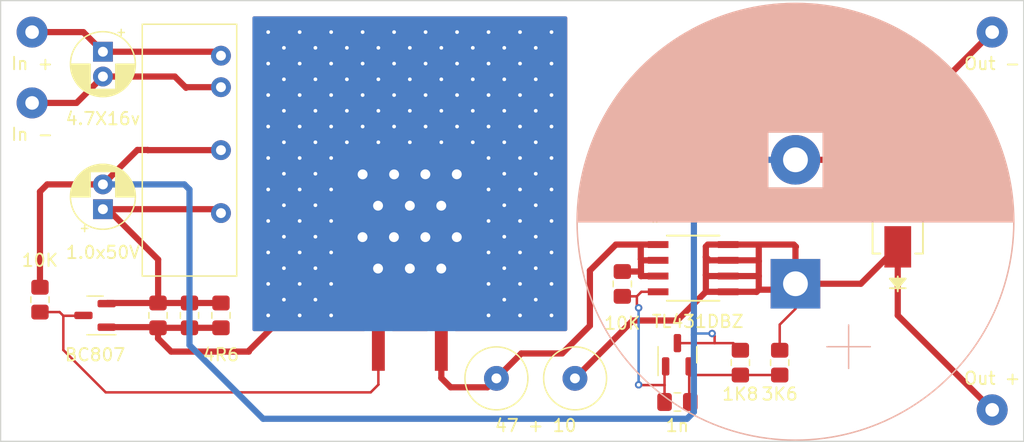
<source format=kicad_pcb>
(kicad_pcb (version 20211014) (generator pcbnew)
  (layers (0 "F.Cu" signal) (31 "B.Cu" signal) (34 "B.Paste" user) (35 "F.Paste" user) (36 "B.SilkS" user "B.Silkscreen") (37 "F.SilkS" user "F.Silkscreen") (38 "B.Mask" user) (39 "F.Mask" user) (44 "Edge.Cuts" user))
  (net 0 "")
  (net 1 "Net-(C2-Pad2)")
  (net 2 "Net-(C1-Pad2)")
  (net 3 "Net-(C2-Pad1)")
  (net 4 "Net-(C3-Pad1)")
  (net 5 "Net-(C1-Pad1)")
  (net 6 "Net-(MOSFET1-Pad1)")
  (net 7 "Net-(Q1-Pad1)")
  (net 8 "Net-(Q1-Pad3)")
  (net 9 "Net-(C4-Pad1)")
  (net 10 "Net-(C4-Pad2)")
  (footprint "Capacitor_THT:CP_Radial_D5.0mm_P2.00mm" (layer "F.Cu") (at 65.405 79.054887 -90)
    (fp_text reference "C2" hide)
    (fp_text value "4.7X16v" (at 5.400113 0) (layer "F.SilkS"))
    (pad "1" thru_hole rect (at 0 0 270) (size 1.6 1.6) (drill 0.8) (layers *.Cu *.Mask) (net 3 "Net-(C2-Pad1)"))
    (pad "2" thru_hole circle (at 2 0 270) (size 1.6 1.6) (drill 0.8) (layers *.Cu *.Mask) (net 1 "Net-(C2-Pad2)"))
  )
  (footprint "Resistor_SMD:R_0805_2012Metric_Pad1.20x1.40mm_HandSolder" (layer "F.Cu") (at 116.84 104.14 90)
    (fp_text reference "R8" hide)
    (fp_text value "1K8" (at -2.54 0) (layer "F.SilkS"))
    (pad "1" smd roundrect (at -1 0 90) (size 1.2 1.4) (layers "F.Cu" "F.Paste" "F.Mask") (roundrect_rratio 0.2083333333) (net 10 "Net-(C4-Pad2)"))
    (pad "2" smd roundrect (at 1 0 90) (size 1.2 1.4) (layers "F.Cu" "F.Paste" "F.Mask") (roundrect_rratio 0.2083333333) (net 2 "Net-(C1-Pad2)"))
  )
  (footprint "Capacitor_SMD:C_0805_2012Metric_Pad1.18x1.45mm_HandSolder" (layer "F.Cu") (at 111.76 107.315)
    (fp_text reference "C4" hide)
    (fp_text value "1n" (at 0 1.905 180) (layer "F.SilkS"))
    (pad "1" smd roundrect (at -1.0375 0) (size 1.175 1.45) (layers "F.Cu" "F.Paste" "F.Mask") (roundrect_rratio 0.2127659574) (net 9 "Net-(C4-Pad1)"))
    (pad "2" smd roundrect (at 1.0375 0) (size 1.175 1.45) (layers "F.Cu" "F.Paste" "F.Mask") (roundrect_rratio 0.2127659574) (net 10 "Net-(C4-Pad2)"))
  )
  (footprint "Resistor_SMD:R_0805_2012Metric_Pad1.20x1.40mm_HandSolder" (layer "F.Cu") (at 60.325 99.06 90)
    (fp_text reference "R4" hide)
    (fp_text value "10K" (at 3.175 0) (layer "F.SilkS"))
    (pad "1" smd roundrect (at -1 0 90) (size 1.2 1.4) (layers "F.Cu" "F.Paste" "F.Mask") (roundrect_rratio 0.2083333333) (net 8 "Net-(Q1-Pad3)"))
    (pad "2" smd roundrect (at 1 0 90) (size 1.2 1.4) (layers "F.Cu" "F.Paste" "F.Mask") (roundrect_rratio 0.2083333333) (net 2 "Net-(C1-Pad2)"))
  )
  (footprint "Capacitor_THT:CP_Radial_D5.0mm_P2.00mm" (layer "F.Cu") (at 65.405 91.760113 90)
    (fp_text reference "C3" hide)
    (fp_text value "1.0x50V" (at -3.489888 0) (layer "F.SilkS"))
    (pad "1" thru_hole rect (at 0 0 90) (size 1.6 1.6) (drill 0.8) (layers *.Cu *.Mask) (net 4 "Net-(C3-Pad1)"))
    (pad "2" thru_hole circle (at 2 0 90) (size 1.6 1.6) (drill 0.8) (layers *.Cu *.Mask) (net 2 "Net-(C1-Pad2)"))
  )
  (footprint "local:R2" (layer "F.Cu") (at 97.155 105.41)
    (fp_text reference "R6" hide)
    (fp_text value "47 + 10" (at 3.175 3.81 unlocked) (layer "F.SilkS"))
    (pad "1" thru_hole circle (at 0 0) (size 2 2) (drill 0.8) (layers *.Cu *.Mask) (net 6 "Net-(MOSFET1-Pad1)"))
    (pad "2" thru_hole circle (at 6.33709 0) (size 2 2) (drill 0.8) (layers *.Cu *.Mask) (net 5 "Net-(C1-Pad1)"))
  )
  (footprint "local:D2PAK_VIS-M" (layer "F.Cu") (at 90.17 94.0308)
    (fp_text reference "U1" hide)
    (fp_text value "IRF9510SPBF" hide)
    (pad "1" smd rect (at -2.54 8.8646) (size 1.0414 3.81) (layers "F.Cu" "F.Paste" "F.Mask") (net 8 "Net-(Q1-Pad3)"))
    (pad "2" thru_hole circle (at 1.252283 -0.017462) (size 1.6 1.6) (drill 0.8) (layers *.Mask "F.Cu" "In1.Cu" "B.Cu") (net 7 "Net-(Q1-Pad1)"))
    (pad "2" smd rect (at 0 -0.0508) (size 10.7696 12.3444) (layers "F.Cu" "F.Paste" "F.Mask") (net 7 "Net-(Q1-Pad1)"))
    (pad "2" thru_hole circle (at -2.565654 -2.552573) (size 1.6 1.6) (drill 0.8) (layers *.Mask "F.Cu" "In1.Cu" "B.Cu") (net 7 "Net-(Q1-Pad1)"))
    (pad "2" thru_hole circle (at 3.787393 -0.017462) (size 1.6 1.6) (drill 0.8) (layers *.Mask "F.Cu" "In1.Cu" "B.Cu") (net 7 "Net-(Q1-Pad1)"))
    (pad "2" thru_hole circle (at -2.565654 2.517647) (size 1.6 1.6) (drill 0.8) (layers *.Mask "F.Cu" "In1.Cu" "B.Cu") (net 7 "Net-(Q1-Pad1)"))
    (pad "2" thru_hole circle (at 3.787393 -5.087683) (size 1.6 1.6) (drill 0.8) (layers *.Mask "F.Cu" "In1.Cu" "B.Cu") (net 7 "Net-(Q1-Pad1)"))
    (pad "2" thru_hole circle (at 2.53511 -2.552573) (size 1.6 1.6) (drill 0.8) (layers *.Mask "F.Cu" "In1.Cu" "B.Cu") (net 7 "Net-(Q1-Pad1)"))
    (pad "2" thru_hole circle (at -1.282827 -0.017462) (size 1.6 1.6) (drill 0.8) (layers *.Mask "F.Cu" "In1.Cu" "B.Cu") (net 7 "Net-(Q1-Pad1)"))
    (pad "2" thru_hole circle (at -3.81 -5.08) (size 1.6 1.6) (drill 0.8) (layers *.Cu *.Mask) (net 7 "Net-(Q1-Pad1)"))
    (pad "2" thru_hole circle (at 1.252283 -5.087683) (size 1.6 1.6) (drill 0.8) (layers *.Mask "F.Cu" "In1.Cu" "B.Cu") (net 7 "Net-(Q1-Pad1)"))
    (pad "2" smd rect (at 0 -0.0508) (size 10.7696 12.3444) (layers "B.Cu" "B.Paste" "B.Mask") (net 7 "Net-(Q1-Pad1)"))
    (pad "2" thru_hole circle (at -3.817937 -0.017462) (size 1.6 1.6) (drill 0.8) (layers *.Mask "F.Cu" "In1.Cu" "B.Cu") (net 7 "Net-(Q1-Pad1)"))
    (pad "2" thru_hole circle (at -1.27 -5.08) (size 1.6 1.6) (drill 0.8) (layers *.Mask "F.Cu" "In1.Cu" "B.Cu") (net 7 "Net-(Q1-Pad1)"))
    (pad "2" thru_hole circle (at 0 -2.552573) (size 1.6 1.6) (drill 0.8) (layers *.Mask "F.Cu" "In1.Cu" "B.Cu") (net 7 "Net-(Q1-Pad1)"))
    (pad "2" thru_hole circle (at 2.53511 2.517647) (size 1.6 1.6) (drill 0.8) (layers *.Mask "F.Cu" "In1.Cu" "B.Cu") (net 7 "Net-(Q1-Pad1)"))
    (pad "2" thru_hole circle (at 0 2.517647) (size 1.6 1.6) (drill 0.8) (layers *.Mask "F.Cu" "In1.Cu" "B.Cu") (net 7 "Net-(Q1-Pad1)"))
    (pad "3" smd rect (at 2.54 8.8646) (size 1.0414 3.81) (layers "F.Cu" "F.Paste" "F.Mask") (net 6 "Net-(MOSFET1-Pad1)"))
  )
  (footprint "Resistor_SMD:R_0805_2012Metric_Pad1.20x1.40mm_HandSolder" (layer "F.Cu") (at 107.315 97.79 -90)
    (fp_text reference "R5" hide)
    (fp_text value "10K" (at 3.175 0 180) (layer "F.SilkS"))
    (pad "1" smd roundrect (at -1 0 270) (size 1.2 1.4) (layers "F.Cu" "F.Paste" "F.Mask") (roundrect_rratio 0.2083333333) (net 6 "Net-(MOSFET1-Pad1)"))
    (pad "2" smd roundrect (at 1 0 270) (size 1.2 1.4) (layers "F.Cu" "F.Paste" "F.Mask") (roundrect_rratio 0.2083333333) (net 9 "Net-(C4-Pad1)"))
  )
  (footprint "local:TP1" (layer "F.Cu") (at 59.69 77.47)
    (fp_text reference "TP1" hide)
    (fp_text value "In +" (at 0 2.54 unlocked) (layer "F.SilkS"))
    (pad "1" thru_hole circle (at 0 0) (size 2.5 2.5) (drill 1.1) (layers *.Cu *.Mask) (net 3 "Net-(C2-Pad1)"))
  )
  (footprint "local:TP1" (layer "F.Cu") (at 59.69 83.185)
    (fp_text reference "TP2" hide)
    (fp_text value "In -" (at 0 2.54 unlocked) (layer "F.SilkS"))
    (pad "1" thru_hole circle (at 0 0) (size 2.5 2.5) (drill 1.1) (layers *.Cu *.Mask) (net 1 "Net-(C2-Pad2)"))
  )
  (footprint "Resistor_SMD:R_0805_2012Metric_Pad1.20x1.40mm_HandSolder" (layer "F.Cu") (at 74.93 100.33 -90)
    (fp_text reference "R2" hide)
    (fp_text value "NP" hide)
    (pad "1" smd roundrect (at -1 0 270) (size 1.2 1.4) (layers "F.Cu" "F.Paste" "F.Mask") (roundrect_rratio 0.2083333333) (net 4 "Net-(C3-Pad1)"))
    (pad "2" smd roundrect (at 1 0 270) (size 1.2 1.4) (layers "F.Cu" "F.Paste" "F.Mask") (roundrect_rratio 0.2083333333) (net 7 "Net-(Q1-Pad1)"))
  )
  (footprint "local:TP1" (layer "F.Cu") (at 137.16 107.95)
    (fp_text reference "TP3" hide)
    (fp_text value "Out +" (at 0 -2.54 unlocked) (layer "F.SilkS"))
    (pad "1" thru_hole circle (at 0 0) (size 2.5 2.5) (drill 1.1) (layers *.Cu *.Mask) (net 5 "Net-(C1-Pad1)"))
  )
  (footprint "local:TP1" (layer "F.Cu") (at 137.16 77.47)
    (fp_text reference "TP4" hide)
    (fp_text value "Out -" (at 0 2.54 unlocked) (layer "F.SilkS"))
    (pad "1" thru_hole circle (at 0 0) (size 2.5 2.5) (drill 1.1) (layers *.Cu *.Mask) (net 2 "Net-(C1-Pad2)"))
  )
  (footprint "Resistor_SMD:R_0805_2012Metric_Pad1.20x1.40mm_HandSolder" (layer "F.Cu") (at 69.85 100.33 -90)
    (fp_text reference "R3" hide)
    (fp_text value "4R6" (at 3.175 -5.08) (layer "F.SilkS"))
    (pad "1" smd roundrect (at -1 0 270) (size 1.2 1.4) (layers "F.Cu" "F.Paste" "F.Mask") (roundrect_rratio 0.2083333333) (net 4 "Net-(C3-Pad1)"))
    (pad "2" smd roundrect (at 1 0 270) (size 1.2 1.4) (layers "F.Cu" "F.Paste" "F.Mask") (roundrect_rratio 0.2083333333) (net 7 "Net-(Q1-Pad1)"))
  )
  (footprint "local:SOIC8_751EB_ONS-M" (layer "F.Cu") (at 113.03 96.52)
    (fp_text reference "MOSFET1" hide)
    (fp_text value "FDS6679AZ" (at 0.06 -5.12 unlocked) (layer "F.SilkS"))
    (fp_text user "*" (at -3.07975 -3.6068) (layer "F.SilkS"))
    (pad "1" smd rect (at -2.82575 -1.905) (size 1.6637 0.5588) (layers "F.Cu" "F.Paste" "F.Mask") (net 6 "Net-(MOSFET1-Pad1)"))
    (pad "2" smd rect (at -2.82575 -0.635) (size 1.6637 0.5588) (layers "F.Cu" "F.Paste" "F.Mask") (net 6 "Net-(MOSFET1-Pad1)"))
    (pad "3" smd rect (at -2.82575 0.635) (size 1.6637 0.5588) (layers "F.Cu" "F.Paste" "F.Mask") (net 6 "Net-(MOSFET1-Pad1)"))
    (pad "4" smd rect (at -2.82575 1.905) (size 1.6637 0.5588) (layers "F.Cu" "F.Paste" "F.Mask") (net 9 "Net-(C4-Pad1)"))
    (pad "5" smd rect (at 2.82575 1.905) (size 1.6637 0.5588) (layers "F.Cu" "F.Paste" "F.Mask") (net 5 "Net-(C1-Pad1)"))
    (pad "6" smd rect (at 2.82575 0.635) (size 1.6637 0.5588) (layers "F.Cu" "F.Paste" "F.Mask") (net 5 "Net-(C1-Pad1)"))
    (pad "7" smd rect (at 2.82575 -0.635) (size 1.6637 0.5588) (layers "F.Cu" "F.Paste" "F.Mask") (net 5 "Net-(C1-Pad1)"))
    (pad "8" smd rect (at 2.82575 -1.905) (size 1.6637 0.5588) (layers "F.Cu" "F.Paste" "F.Mask") (net 5 "Net-(C1-Pad1)"))
  )
  (footprint "local:DIODE_SMB_VIS-M" (layer "F.Cu") (at 129.54 92.71 90)
    (fp_text reference "CR1" hide)
    (fp_text value "10BQ060PBF" hide)
    (pad "1" smd rect (at -2.0875 0 180) (size 2.159 3.3368) (layers "F.Cu" "F.Paste" "F.Mask") (net 5 "Net-(C1-Pad1)"))
    (pad "2" smd rect (at 2.0875 0 180) (size 2.159 3.3368) (layers "F.Cu" "F.Paste" "F.Mask") (net 2 "Net-(C1-Pad2)"))
    (zone (net 0) (net_name "") (layer "F.Cu") (connect_pads (clearance 0)) (min_thickness 0.254)
      (keepout (tracks not_allowed) (vias not_allowed) (pads allowed) (copperpour not_allowed) (footprints allowed))
      (fill (thermal_gap 0.508) (thermal_bridge_width 0.508))
      (polygon (pts (xy 127.6858 95.1611) (xy 127.6858 90.2589) (xy 128.4097 90.2589) (xy 128.4097 95.1611)))
    )
    (zone (net 0) (net_name "") (layer "F.Cu") (connect_pads (clearance 0)) (min_thickness 0.254)
      (keepout (tracks not_allowed) (vias not_allowed) (pads allowed) (copperpour not_allowed) (footprints allowed))
      (fill (thermal_gap 0.508) (thermal_bridge_width 0.508))
      (polygon (pts (xy 128.4097 93.0783) (xy 128.4097 92.3417) (xy 130.6703 92.3417) (xy 130.6703 93.0783)))
    )
    (zone (net 0) (net_name "") (layer "F.Cu") (connect_pads (clearance 0)) (min_thickness 0.254)
      (keepout (tracks not_allowed) (vias not_allowed) (pads allowed) (copperpour not_allowed) (footprints allowed))
      (fill (thermal_gap 0.508) (thermal_bridge_width 0.508))
      (polygon (pts (xy 130.6703 95.1611) (xy 130.6703 90.2589) (xy 131.3942 90.2589) (xy 131.3942 95.1611)))
    )
  )
  (footprint "Resistor_SMD:R_0805_2012Metric_Pad1.20x1.40mm_HandSolder" (layer "F.Cu") (at 120.015 104.14 -90)
    (fp_text reference "R7" hide)
    (fp_text value "3K6" (at 2.54 0) (layer "F.SilkS"))
    (pad "1" smd roundrect (at -1 0 270) (size 1.2 1.4) (layers "F.Cu" "F.Paste" "F.Mask") (roundrect_rratio 0.2083333333) (net 5 "Net-(C1-Pad1)"))
    (pad "2" smd roundrect (at 1 0 270) (size 1.2 1.4) (layers "F.Cu" "F.Paste" "F.Mask") (roundrect_rratio 0.2083333333) (net 10 "Net-(C4-Pad2)"))
  )
  (footprint "Resistor_SMD:R_0805_2012Metric_Pad1.20x1.40mm_HandSolder" (layer "F.Cu") (at 72.39 100.33 -90)
    (fp_text reference "R1" hide)
    (fp_text value "NP" hide)
    (pad "1" smd roundrect (at -1 0 270) (size 1.2 1.4) (layers "F.Cu" "F.Paste" "F.Mask") (roundrect_rratio 0.2083333333) (net 4 "Net-(C3-Pad1)"))
    (pad "2" smd roundrect (at 1 0 270) (size 1.2 1.4) (layers "F.Cu" "F.Paste" "F.Mask") (roundrect_rratio 0.2083333333) (net 7 "Net-(Q1-Pad1)"))
  )
  (footprint "Package_TO_SOT_SMD:SOT-23" (layer "F.Cu") (at 64.77 100.33 180)
    (fp_text reference "Q1" hide)
    (fp_text value "BC807" (at 0 -3.175) (layer "F.SilkS"))
    (pad "1" smd roundrect (at -0.9375 -0.95 180) (size 1.475 0.6) (layers "F.Cu" "F.Paste" "F.Mask") (net 7 "Net-(Q1-Pad1)"))
    (pad "2" smd roundrect (at -0.9375 0.95 180) (size 1.475 0.6) (layers "F.Cu" "F.Paste" "F.Mask") (net 4 "Net-(C3-Pad1)"))
    (pad "3" smd roundrect (at 0.9375 0 180) (size 1.475 0.6) (layers "F.Cu" "F.Paste" "F.Mask") (net 8 "Net-(Q1-Pad3)"))
  )
  (footprint "local:B0515S-2W" (layer "F.Cu") (at 74.93 79.375 -90)
    (fp_text reference "PS1" hide)
    (fp_text value "B0515S-2W" hide)
    (pad "1" thru_hole circle (at 2.54 0 270) (size 1.6 1.6) (drill 0.8) (layers *.Cu *.Mask) (net 1 "Net-(C2-Pad2)"))
    (pad "2" thru_hole circle (at 0 0 270) (size 1.6 1.6) (drill 0.8) (layers *.Cu *.Mask) (net 3 "Net-(C2-Pad1)"))
    (pad "3" thru_hole circle (at 7.62 0 270) (size 1.6 1.6) (drill 0.8) (layers *.Cu *.Mask) (net 2 "Net-(C1-Pad2)"))
    (pad "4" thru_hole circle (at 12.7 0 270) (size 1.6 1.6) (drill 0.8) (layers *.Cu *.Mask) (net 4 "Net-(C3-Pad1)"))
  )
  (footprint "Package_TO_SOT_SMD:SOT-23" (layer "F.Cu") (at 111.76 103.505 90)
    (fp_text reference "U2" hide)
    (fp_text value "TL431DBZ" (at 2.685 1.64 180) (layer "F.SilkS"))
    (pad "1" smd roundrect (at -0.9375 -0.95 90) (size 1.475 0.6) (layers "F.Cu" "F.Paste" "F.Mask") (net 9 "Net-(C4-Pad1)"))
    (pad "2" smd roundrect (at -0.9375 0.95 90) (size 1.475 0.6) (layers "F.Cu" "F.Paste" "F.Mask") (net 10 "Net-(C4-Pad2)"))
    (pad "3" smd roundrect (at 0.9375 0 90) (size 1.475 0.6) (layers "F.Cu" "F.Paste" "F.Mask") (net 2 "Net-(C1-Pad2)"))
  )
  (footprint "Capacitor_THT:CP_Radial_D35.0mm_P10.00mm_SnapIn" (layer "B.Cu") (at 121.285 97.775499 90)
    (fp_text reference "C1" hide)
    (fp_text value "47000" hide)
    (pad "1" thru_hole rect locked (at 0 0 90) (size 4 4) (drill 2) (layers *.Cu *.Mask) (net 5 "Net-(C1-Pad1)"))
    (pad "2" thru_hole circle locked (at 10 0 90) (size 4 4) (drill 2) (layers *.Cu *.Mask) (net 2 "Net-(C1-Pad2)"))
  )
  (gr_line (start 139.7 110.49) (end 139.7 74.93) (layer "Edge.Cuts") (width 0.1))
  (gr_line (start 57.15 74.93) (end 57.15 110.49) (layer "Edge.Cuts") (width 0.1))
  (gr_line (start 139.7 74.93) (end 57.15 74.93) (layer "Edge.Cuts") (width 0.1))
  (gr_line (start 57.15 110.49) (end 139.7 110.49) (layer "Edge.Cuts") (width 0.1))
  (segment (start 59.69 83.185) (end 63.274887 83.185) (width 0.5) (layer "F.Cu") (net 1))
  (segment (start 63.274887 83.185) (end 65.405 81.054887) (width 0.5) (layer "F.Cu") (net 1))
  (segment (start 72.11 81.96) (end 72.155 81.915) (width 0.5) (layer "F.Cu") (net 1))
  (segment (start 65.405 81.054887) (end 71.204887 81.054887) (width 0.5) (layer "F.Cu") (net 1))
  (segment (start 71.204887 81.054887) (end 72.11 81.96) (width 0.5) (layer "F.Cu") (net 1))
  (segment (start 72.155 81.915) (end 74.93 81.915) (width 0.5) (layer "F.Cu") (net 1))
  (segment (start 60.325 90.345) (end 60.909887 89.760113) (width 0.5) (layer "F.Cu") (net 2))
  (segment (start 114.7625 102.5675) (end 114.7625 101.9925) (width 0.2) (layer "F.Cu") (net 2))
  (segment (start 65.405 89.760113) (end 68.185113 86.98) (width 0.5) (layer "F.Cu") (net 2))
  (segment (start 68.185113 86.98) (end 69.02 86.98) (width 0.5) (layer "F.Cu") (net 2))
  (segment (start 116.2675 102.5675) (end 116.84 103.14) (width 0.2) (layer "F.Cu") (net 2))
  (segment (start 129.54 90.6225) (end 129.54 85.09) (width 0.5) (layer "F.Cu") (net 2))
  (segment (start 129.54 85.09) (end 137.16 77.47) (width 0.5) (layer "F.Cu") (net 2))
  (segment (start 60.909887 89.760113) (end 65.405 89.760113) (width 0.5) (layer "F.Cu") (net 2))
  (segment (start 114.7625 102.5675) (end 116.2675 102.5675) (width 0.2) (layer "F.Cu") (net 2))
  (segment (start 111.76 102.5675) (end 114.7625 102.5675) (width 0.2) (layer "F.Cu") (net 2))
  (segment (start 60.325 98.06) (end 60.325 90.345) (width 0.5) (layer "F.Cu") (net 2))
  (segment (start 69.035 86.995) (end 74.93 86.995) (width 0.5) (layer "F.Cu") (net 2))
  (segment (start 121.285 87.775499) (end 126.692999 87.775499) (width 0.5) (layer "F.Cu") (net 2))
  (segment (start 114.7625 101.9925) (end 114.56 101.79) (width 0.2) (layer "F.Cu") (net 2))
  (segment (start 69.02 86.98) (end 69.035 86.995) (width 0.5) (layer "F.Cu") (net 2))
  (segment (start 126.692999 87.775499) (end 129.54 90.6225) (width 0.5) (layer "F.Cu") (net 2))
  (via (at 114.56 101.79) (size 0.6) (drill 0.3) (layers "F.Cu" "B.Cu") (net 2))
  (segment (start 118.08 87.77) (end 118.085499 87.775499) (width 0.5) (layer "B.Cu") (net 2))
  (segment (start 113.09 108.12) (end 113.09 101.9) (width 0.5) (layer "B.Cu") (net 2))
  (segment (start 113.09 92.76) (end 118.08 87.77) (width 0.5) (layer "B.Cu") (net 2))
  (segment (start 118.085499 87.775499) (end 121.285 87.775499) (width 0.5) (layer "B.Cu") (net 2))
  (segment (start 72.39 102.73) (end 78.33 108.67) (width 0.5) (layer "B.Cu") (net 2))
  (segment (start 112.54 108.67) (end 113.09 108.12) (width 0.5) (layer "B.Cu") (net 2))
  (segment (start 72.39 90.17) (end 72.39 102.73) (width 0.5) (layer "B.Cu") (net 2))
  (segment (start 113.09 101.9) (end 113.09 92.76) (width 0.5) (layer "B.Cu") (net 2))
  (segment (start 114.56 101.79) (end 113.2 101.79) (width 0.2) (layer "B.Cu") (net 2))
  (segment (start 78.33 108.67) (end 112.54 108.67) (width 0.5) (layer "B.Cu") (net 2))
  (segment (start 113.2 101.79) (end 113.09 101.9) (width 0.2) (layer "B.Cu") (net 2))
  (segment (start 65.405 89.760113) (end 71.980113 89.760113) (width 0.5) (layer "B.Cu") (net 2))
  (segment (start 71.980113 89.760113) (end 72.39 90.17) (width 0.5) (layer "B.Cu") (net 2))
  (segment (start 63.820113 77.47) (end 65.405 79.054887) (width 0.5) (layer "F.Cu") (net 3))
  (segment (start 65.405 79.054887) (end 74.609887 79.054887) (width 0.5) (layer "F.Cu") (net 3))
  (segment (start 74.609887 79.054887) (end 74.93 79.375) (width 0.5) (layer "F.Cu") (net 3))
  (segment (start 59.69 77.47) (end 63.820113 77.47) (width 0.5) (layer "F.Cu") (net 3))
  (segment (start 65.405 91.760113) (end 65.800113 91.760113) (width 0.5) (layer "F.Cu") (net 4))
  (segment (start 65.405 91.760113) (end 74.615113 91.760113) (width 0.5) (layer "F.Cu") (net 4))
  (segment (start 69.85 99.33) (end 65.7575 99.33) (width 0.5) (layer "F.Cu") (net 4))
  (segment (start 69.86 95.82) (end 69.86 99.32) (width 0.5) (layer "F.Cu") (net 4))
  (segment (start 65.7575 99.33) (end 65.7075 99.38) (width 0.5) (layer "F.Cu") (net 4))
  (segment (start 72.39 99.33) (end 74.93 99.33) (width 0.5) (layer "F.Cu") (net 4))
  (segment (start 65.800113 91.760113) (end 69.86 95.82) (width 0.5) (layer "F.Cu") (net 4))
  (segment (start 69.86 99.32) (end 69.85 99.33) (width 0.5) (layer "F.Cu") (net 4))
  (segment (start 74.615113 91.760113) (end 74.93 92.075) (width 0.5) (layer "F.Cu") (net 4))
  (segment (start 69.85 99.33) (end 72.39 99.33) (width 0.5) (layer "F.Cu") (net 4))
  (segment (start 111.74 100.74) (end 114.055 98.425) (width 0.5) (layer "F.Cu") (net 5))
  (segment (start 114.055 97.075) (end 114.055 95.615) (width 0.5) (layer "F.Cu") (net 5))
  (segment (start 114.215 94.615) (end 115.85575 94.615) (width 0.5) (layer "F.Cu") (net 5))
  (segment (start 118.14 98.44) (end 118.325 98.255) (width 0.5) (layer "F.Cu") (net 5))
  (segment (start 114.325 95.885) (end 114.055 95.615) (width 0.5) (layer "F.Cu") (net 5))
  (segment (start 115.85575 98.425) (end 118.125 98.425) (width 0.5) (layer "F.Cu") (net 5))
  (segment (start 114.055 95.615) (end 114.055 94.775) (width 0.5) (layer "F.Cu") (net 5))
  (segment (start 121.285 97.775499) (end 126.562001 97.775499) (width 0.5) (layer "F.Cu") (net 5))
  (segment (start 103.49209 105.41) (end 108.16209 100.74) (width 0.5) (layer "F.Cu") (net 5))
  (segment (start 114.055 94.775) (end 114.215 94.615) (width 0.5) (layer "F.Cu") (net 5))
  (segment (start 118.325 94.615) (end 121.145 94.615) (width 0.5) (layer "F.Cu") (net 5))
  (segment (start 118.255 95.885) (end 118.325 95.955) (width 0.5) (layer "F.Cu") (net 5))
  (segment (start 129.54 94.7975) (end 129.54 100.33) (width 0.5) (layer "F.Cu") (net 5))
  (segment (start 115.85575 95.885) (end 118.255 95.885) (width 0.5) (layer "F.Cu") (net 5))
  (segment (start 126.562001 97.775499) (end 129.54 94.7975) (width 0.5) (layer "F.Cu") (net 5))
  (segment (start 121.285 94.825) (end 121.285 97.775499) (width 0.5) (layer "F.Cu") (net 5))
  (segment (start 120.015 103.14) (end 120.015 101.075) (width 0.2) (layer "F.Cu") (net 5))
  (segment (start 118.325 97.155) (end 118.325 95.955) (width 0.5) (layer "F.Cu") (net 5))
  (segment (start 118.325 98.255) (end 120.805499 98.255) (width 0.5) (layer "F.Cu") (net 5))
  (segment (start 114.055 98.425) (end 114.055 97.075) (width 0.5) (layer "F.Cu") (net 5))
  (segment (start 120.015 101.075) (end 121.285 99.805) (width 0.2) (layer "F.Cu") (net 5))
  (segment (start 120.805499 98.255) (end 121.285 97.775499) (width 0.5) (layer "F.Cu") (net 5))
  (segment (start 118.325 95.955) (end 118.325 94.615) (width 0.5) (layer "F.Cu") (net 5))
  (segment (start 118.125 98.425) (end 118.14 98.44) (width 0.5) (layer "F.Cu") (net 5))
  (segment (start 114.055 98.425) (end 115.85575 98.425) (width 0.5) (layer "F.Cu") (net 5))
  (segment (start 121.32 94.79) (end 121.285 94.825) (width 0.5) (layer "F.Cu") (net 5))
  (segment (start 115.85575 97.155) (end 118.325 97.155) (width 0.5) (layer "F.Cu") (net 5))
  (segment (start 108.16209 100.74) (end 111.74 100.74) (width 0.5) (layer "F.Cu") (net 5))
  (segment (start 121.145 94.615) (end 121.32 94.79) (width 0.5) (layer "F.Cu") (net 5))
  (segment (start 115.85575 94.615) (end 118.325 94.615) (width 0.5) (layer "F.Cu") (net 5))
  (segment (start 118.325 98.255) (end 118.325 97.155) (width 0.5) (layer "F.Cu") (net 5))
  (segment (start 129.54 100.33) (end 137.16 107.95) (width 0.5) (layer "F.Cu") (net 5))
  (segment (start 115.85575 97.155) (end 114.135 97.155) (width 0.5) (layer "F.Cu") (net 5))
  (segment (start 114.135 97.155) (end 114.055 97.075) (width 0.5) (layer "F.Cu") (net 5))
  (segment (start 121.285 99.805) (end 121.285 97.775499) (width 0.2) (layer "F.Cu") (net 5))
  (segment (start 115.85575 95.885) (end 114.325 95.885) (width 0.5) (layer "F.Cu") (net 5))
  (segment (start 92.71 105.38) (end 93.46 106.13) (width 0.5) (layer "F.Cu") (net 6))
  (segment (start 93.46 106.13) (end 96.435 106.13) (width 0.5) (layer "F.Cu") (net 6))
  (segment (start 108.82 96.81) (end 108.82 96) (width 0.5) (layer "F.Cu") (net 6))
  (segment (start 99.165 103.4) (end 102.46 103.4) (width 0.5) (layer "F.Cu") (net 6))
  (segment (start 108.82 97.16) (end 108.82 96.81) (width 0.5) (layer "F.Cu") (net 6))
  (segment (start 108.82 96) (end 108.91 95.91) (width 0.5) (layer "F.Cu") (net 6))
  (segment (start 108.805 95.805) (end 108.805 94.615) (width 0.5) (layer "F.Cu") (net 6))
  (segment (start 110.20425 95.885) (end 108.935 95.885) (width 0.5) (layer "F.Cu") (net 6))
  (segment (start 104.7 101.16) (end 104.7 96.71) (width 0.5) (layer "F.Cu") (net 6))
  (segment (start 108.825 97.155) (end 108.82 97.16) (width 0.5) (layer "F.Cu") (net 6))
  (segment (start 102.46 103.4) (end 104.7 101.16) (width 0.5) (layer "F.Cu") (net 6))
  (segment (start 108.805 94.615) (end 110.20425 94.615) (width 0.5) (layer "F.Cu") (net 6))
  (segment (start 108.8 96.79) (end 108.82 96.81) (width 0.5) (layer "F.Cu") (net 6))
  (segment (start 97.155 105.41) (end 99.165 103.4) (width 0.5) (layer "F.Cu") (net 6))
  (segment (start 110.20425 97.155) (end 108.825 97.155) (width 0.5) (layer "F.Cu") (net 6))
  (segment (start 96.435 106.13) (end 97.155 105.41) (width 0.5) (layer "F.Cu") (net 6))
  (segment (start 108.91 95.91) (end 108.805 95.805) (width 0.5) (layer "F.Cu") (net 6))
  (segment (start 92.71 102.8954) (end 92.71 105.38) (width 0.5) (layer "F.Cu") (net 6))
  (segment (start 107.315 96.79) (end 108.8 96.79) (width 0.5) (layer "F.Cu") (net 6))
  (segment (start 104.7 96.71) (end 106.795 94.615) (width 0.5) (layer "F.Cu") (net 6))
  (segment (start 108.935 95.885) (end 108.91 95.91) (width 0.5) (layer "F.Cu") (net 6))
  (segment (start 106.795 94.615) (end 108.805 94.615) (width 0.5) (layer "F.Cu") (net 6))
  (segment (start 70.91 103.25) (end 77.18 103.25) (width 0.5) (layer "F.Cu") (net 7))
  (segment (start 72.39 101.33) (end 74.93 101.33) (width 0.5) (layer "F.Cu") (net 7))
  (segment (start 77.18 103.185401) (end 86.352063 94.013338) (width 0.5) (layer "F.Cu") (net 7))
  (segment (start 69.85 101.33) (end 72.39 101.33) (width 0.5) (layer "F.Cu") (net 7))
  (segment (start 77.18 103.25) (end 77.18 103.185401) (width 0.5) (layer "F.Cu") (net 7))
  (segment (start 69.85 102.19) (end 70.91 103.25) (width 0.5) (layer "F.Cu") (net 7))
  (segment (start 69.8 101.28) (end 69.85 101.33) (width 0.5) (layer "F.Cu") (net 7))
  (segment (start 65.7075 101.28) (end 69.8 101.28) (width 0.5) (layer "F.Cu") (net 7))
  (segment (start 69.85 101.33) (end 69.85 102.19) (width 0.5) (layer "F.Cu") (net 7))
  (via (at 80.01 99.06) (size 0.6) (drill 0.3) (layers "F.Cu" "B.Cu") (net 7))
  (via (at 82.55 81.28) (size 0.6) (drill 0.3) (layers "F.Cu" "B.Cu") (net 7))
  (via (at 88.9 77.47) (size 0.6) (drill 0.3) (layers "F.Cu" "B.Cu") (net 7))
  (via (at 88.9 82.55) (size 0.6) (drill 0.3) (layers "F.Cu" "B.Cu") (net 7))
  (via (at 99.06 90.17) (size 0.6) (drill 0.3) (layers "F.Cu" "B.Cu") (net 7))
  (via (at 96.52 92.71) (size 0.6) (drill 0.3) (layers "F.Cu" "B.Cu") (net 7))
  (via (at 83.82 80.01) (size 0.6) (drill 0.3) (layers "F.Cu" "B.Cu") (net 7))
  (via (at 101.6 85.09) (size 0.6) (drill 0.3) (layers "F.Cu" "B.Cu") (net 7))
  (via (at 80.01 83.82) (size 0.6) (drill 0.3) (layers "F.Cu" "B.Cu") (net 7))
  (via (at 96.52 100.33) (size 0.6) (drill 0.3) (layers "F.Cu" "B.Cu") (net 7))
  (via (at 83.82 92.71) (size 0.6) (drill 0.3) (layers "F.Cu" "B.Cu") (net 7))
  (via (at 80.01 93.98) (size 0.6) (drill 0.3) (layers "F.Cu" "B.Cu") (net 7))
  (via (at 86.36 85.09) (size 0.6) (drill 0.3) (layers "F.Cu" "B.Cu") (net 7))
  (via (at 81.28 87.63) (size 0.6) (drill 0.3) (layers "F.Cu" "B.Cu") (net 7))
  (via (at 100.33 83.82) (size 0.6) (drill 0.3) (layers "F.Cu" "B.Cu") (net 7))
  (via (at 100.33 93.98) (size 0.6) (drill 0.3) (layers "F.Cu" "B.Cu") (net 7))
  (via (at 101.6 80.01) (size 0.6) (drill 0.3) (layers "F.Cu" "B.Cu") (net 7))
  (via (at 93.98 85.09) (size 0.6) (drill 0.3) (layers "F.Cu" "B.Cu") (net 7))
  (via (at 78.74 87.63) (size 0.6) (drill 0.3) (layers "F.Cu" "B.Cu") (net 7))
  (via (at 83.82 90.17) (size 0.6) (drill 0.3) (layers "F.Cu" "B.Cu") (net 7))
  (via (at 93.98 82.55) (size 0.6) (drill 0.3) (layers "F.Cu" "B.Cu") (net 7))
  (via (at 87.63 78.74) (size 0.6) (drill 0.3) (layers "F.Cu" "B.Cu") (net 7))
  (via (at 101.6 82.55) (size 0.6) (drill 0.3) (layers "F.Cu" "B.Cu") (net 7))
  (via (at 92.71 81.28) (size 0.6) (drill 0.3) (layers "F.Cu" "B.Cu") (net 7))
  (via (at 80.01 86.36) (size 0.6) (drill 0.3) (layers "F.Cu" "B.Cu") (net 7))
  (via (at 87.63 81.28) (size 0.6) (drill 0.3) (layers "F.Cu" "B.Cu") (net 7))
  (via (at 101.6 97.79) (size 0.6) (drill 0.3) (layers "F.Cu" "B.Cu") (net 7))
  (via (at 96.52 87.63) (size 0.6) (drill 0.3) (layers "F.Cu" "B.Cu") (net 7))
  (via (at 93.98 80.01) (size 0.6) (drill 0.3) (layers "F.Cu" "B.Cu") (net 7))
  (via (at 97.79 78.74) (size 0.6) (drill 0.3) (layers "F.Cu" "B.Cu") (net 7))
  (via (at 96.52 90.17) (size 0.6) (drill 0.3) (layers "F.Cu" "B.Cu") (net 7))
  (via (at 88.9 85.09) (size 0.6) (drill 0.3) (layers "F.Cu" "B.Cu") (net 7))
  (via (at 81.28 90.17) (size 0.6) (drill 0.3) (layers "F.Cu" "B.Cu") (net 7))
  (via (at 97.79 81.28) (size 0.6) (drill 0.3) (layers "F.Cu" "B.Cu") (net 7))
  (via (at 100.33 78.74) (size 0.6) (drill 0.3) (layers "F.Cu" "B.Cu") (net 7))
  (via (at 95.25 86.36) (size 0.6) (drill 0.3) (layers "F.Cu" "B.Cu") (net 7))
  (via (at 101.6 100.33) (size 0.6) (drill 0.3) (layers "F.Cu" "B.Cu") (net 7))
  (via (at 91.44 77.47) (size 0.6) (drill 0.3) (layers "F.Cu" "B.Cu") (net 7))
  (via (at 78.74 100.33) (size 0.6) (drill 0.3) (layers "F.Cu" "B.Cu") (net 7))
  (via (at 97.79 99.06) (size 0.6) (drill 0.3) (layers "F.Cu" "B.Cu") (net 7))
  (via (at 97.79 93.98) (size 0.6) (drill 0.3) (layers "F.Cu" "B.Cu") (net 7))
  (via (at 88.9 80.01) (size 0.6) (drill 0.3) (layers "F.Cu" "B.Cu") (net 7))
  (via (at 93.98 77.47) (size 0.6) (drill 0.3) (layers "F.Cu" "B.Cu") (net 7))
  (via (at 100.33 88.9) (size 0.6) (drill 0.3) (layers "F.Cu" "B.Cu") (net 7))
  (via (at 101.6 90.17) (size 0.6) (drill 0.3) (layers "F.Cu" "B.Cu") (net 7))
  (via (at 81.28 77.47) (size 0.6) (drill 0.3) (layers "F.Cu" "B.Cu") (net 7))
  (via (at 81.28 92.71) (size 0.6) (drill 0.3) (layers "F.Cu" "B.Cu") (net 7))
  (via (at 82.55 83.82) (size 0.6) (drill 0.3) (layers "F.Cu" "B.Cu") (net 7))
  (via (at 82.55 88.9) (size 0.6) (drill 0.3) (layers "F.Cu" "B.Cu") (net 7))
  (via (at 100.33 81.28) (size 0.6) (drill 0.3) (layers "F.Cu" "B.Cu") (net 7))
  (via (at 99.06 92.71) (size 0.6) (drill 0.3) (layers "F.Cu" "B.Cu") (net 7))
  (via (at 91.44 82.55) (size 0.6) (drill 0.3) (layers "F.Cu" "B.Cu") (net 7))
  (via (at 85.09 81.28) (size 0.6) (drill 0.3) (layers "F.Cu" "B.Cu") (net 7))
  (via (at 90.17 83.82) (size 0.6) (drill 0.3) (layers "F.Cu" "B.Cu") (net 7))
  (via (at 90.17 78.74) (size 0.6) (drill 0.3) (layers "F.Cu" "B.Cu") (net 7))
  (via (at 85.09 86.36) (size 0.6) (drill 0.3) (layers "F.Cu" "B.Cu") (net 7))
  (via (at 99.06 95.25) (size 0.6) (drill 0.3) (layers "F.Cu" "B.Cu") (net 7))
  (via (at 80.01 96.52) (size 0.6) (drill 0.3) (layers "F.Cu" "B.Cu") (net 7))
  (via (at 96.52 85.09) (size 0.6) (drill 0.3) (layers "F.Cu" "B.Cu") (net 7))
  (via (at 82.55 78.74) (size 0.6) (drill 0.3) (layers "F.Cu" "B.Cu") (net 7))
  (via (at 81.28 95.25) (size 0.6) (drill 0.3) (layers "F.Cu" "B.Cu") (net 7))
  (via (at 80.01 78.74) (size 0.6) (drill 0.3) (layers "F.Cu" "B.Cu") (net 7))
  (via (at 92.71 83.82) (size 0.6) (drill 0.3) (layers "F.Cu" "B.Cu") (net 7))
  (via (at 81.28 97.79) (size 0.6) (drill 0.3) (layers "F.Cu" "B.Cu") (net 7))
  (via (at 99.06 82.55) (size 0.6) (drill 0.3) (layers "F.Cu" "B.Cu") (net 7))
  (via (at 78.74 97.79) (size 0.6) (drill 0.3) (layers "F.Cu" "B.Cu") (net 7))
  (via (at 101.6 95.25) (size 0.6) (drill 0.3) (layers "F.Cu" "B.Cu") (net 7))
  (via (at 78.74 85.09) (size 0.6) (drill 0.3) (layers "F.Cu" "B.Cu") (net 7))
  (via (at 91.44 85.09) (size 0.6) (drill 0.3) (layers "F.Cu" "B.Cu") (net 7))
  (via (at 80.01 91.44) (size 0.6) (drill 0.3) (layers "F.Cu" "B.Cu") (net 7))
  (via (at 80.01 81.28) (size 0.6) (drill 0.3) (layers "F.Cu" "B.Cu") (net 7))
  (via (at 96.52 77.47) (size 0.6) (drill 0.3) (layers "F.Cu" "B.Cu") (net 7))
  (via (at 101.6 87.63) (size 0.6) (drill 0.3) (layers "F.Cu" "B.Cu") (net 7))
  (via (at 86.36 80.01) (size 0.6) (drill 0.3) (layers "F.Cu" "B.Cu") (net 7))
  (via (at 99.06 100.33) (size 0.6) (drill 0.3) (layers "F.Cu" "B.Cu") (net 7))
  (via (at 97.79 96.52) (size 0.6) (drill 0.3) (layers "F.Cu" "B.Cu") (net 7))
  (via (at 83.82 82.55) (size 0.6) (drill 0.3) (layers "F.Cu" "B.Cu") (net 7))
  (via (at 82.55 91.44) (size 0.6) (drill 0.3) (layers "F.Cu" "B.Cu") (net 7))
  (via (at 85.09 78.74) (size 0.6) (drill 0.3) (layers "F.Cu" "B.Cu") (net 7))
  (via (at 81.28 85.09) (size 0.6) (drill 0.3) (layers "F.Cu" "B.Cu") (net 7))
  (via (at 86.36 77.47) (size 0.6) (drill 0.3) (layers "F.Cu" "B.Cu") (net 7))
  (via (at 82.55 93.98) (size 0.6) (drill 0.3) (layers "F.Cu" "B.Cu") (net 7))
  (via (at 101.6 92.71) (size 0.6) (drill 0.3) (layers "F.Cu" "B.Cu") (net 7))
  (via (at 82.55 96.52) (size 0.6) (drill 0.3) (layers "F.Cu" "B.Cu") (net 7))
  (via (at 78.74 82.55) (size 0.6) (drill 0.3) (layers "F.Cu" "B.Cu") (net 7))
  (via (at 99.06 80.01) (size 0.6) (drill 0.3) (layers "F.Cu" "B.Cu") (net 7))
  (via (at 92.71 86.36) (size 0.6) (drill 0.3) (layers "F.Cu" "B.Cu") (net 7))
  (via (at 81.28 100.33) (size 0.6) (drill 0.3) (layers "F.Cu" "B.Cu") (net 7))
  (via (at 96.52 80.01) (size 0.6) (drill 0.3) (layers "F.Cu" "B.Cu") (net 7))
  (via (at 83.82 100.33) (size 0.6) (drill 0.3) (layers "F.Cu" "B.Cu") (net 7))
  (via (at 80.01 88.9) (size 0.6) (drill 0.3) (layers "F.Cu" "B.Cu") (net 7))
  (via (at 95.25 78.74) (size 0.6) (drill 0.3) (layers "F.Cu" "B.Cu") (net 7))
  (via (at 81.28 80.01) (size 0.6) (drill 0.3) (layers "F.Cu" "B.Cu") (net 7))
  (via (at 99.06 85.09) (size 0.6) (drill 0.3) (layers "F.Cu" "B.Cu") (net 7))
  (via (at 78.74 77.47) (size 0.6) (drill 0.3) (layers "F.Cu" "B.Cu") (net 7))
  (via (at 83.82 87.63) (size 0.6) (drill 0.3) (layers "F.Cu" "B.Cu") (net 7))
  (via (at 101.6 77.47) (size 0.6) (drill 0.3) (layers "F.Cu" "B.Cu") (net 7))
  (via (at 95.25 83.82) (size 0.6) (drill 0.3) (layers "F.Cu" "B.Cu") (net 7))
  (via (at 85.09 83.82) (size 0.6) (drill 0.3) (layers "F.Cu" "B.Cu") (net 7))
  (via (at 83.82 95.25) (size 0.6) (drill 0.3) (layers "F.Cu" "B.Cu") (net 7))
  (via (at 96.52 95.25) (size 0.6) (drill 0.3) (layers "F.Cu" "B.Cu") (net 7))
  (via (at 78.74 90.17) (size 0.6) (drill 0.3) (layers "F.Cu" "B.Cu") (net 7))
  (via (at 83.82 77.47) (size 0.6) (drill 0.3) (layers "F.Cu" "B.Cu") (net 7))
  (via (at 86.36 82.55) (size 0.6) (drill 0.3) (layers "F.Cu" "B.Cu") (net 7))
  (via (at 100.33 91.44) (size 0.6) (drill 0.3) (layers "F.Cu" "B.Cu") (net 7))
  (via (at 78.74 95.25) (size 0.6) (drill 0.3) (layers "F.Cu" "B.Cu") (net 7))
  (via (at 97.79 88.9) (size 0.6) (drill 0.3) (layers "F.Cu" "B.Cu") (net 7))
  (via (at 96.52 97.79) (size 0.6) (drill 0.3) (layers "F.Cu" "B.Cu") (net 7))
  (via (at 95.25 81.28) (size 0.6) (drill 0.3) (layers "F.Cu" "B.Cu") (net 7))
  (via (at 81.28 82.55) (size 0.6) (drill 0.3) (layers "F.Cu" "B.Cu") (net 7))
  (via (at 87.63 86.36) (size 0.6) (drill 0.3) (layers "F.Cu" "B.Cu") (net 7))
  (via (at 92.71 78.74) (size 0.6) (drill 0.3) (layers "F.Cu" "B.Cu") (net 7))
  (via (at 83.82 85.09) (size 0.6) (drill 0.3) (layers "F.Cu" "B.Cu") (net 7))
  (via (at 87.63 83.82) (size 0.6) (drill 0.3) (layers "F.Cu" "B.Cu") (net 7))
  (via (at 100.33 86.36) (size 0.6) (drill 0.3) (layers "F.Cu" "B.Cu") (net 7))
  (via (at 96.52 82.55) (size 0.6) (drill 0.3) (layers "F.Cu" "B.Cu") (net 7))
  (via (at 91.44 80.01) (size 0.6) (drill 0.3) (layers "F.Cu" "B.Cu") (net 7))
  (via (at 97.79 86.36) (size 0.6) (drill 0.3) (layers "F.Cu" "B.Cu") (net 7))
  (via (at 97.79 91.44) (size 0.6) (drill 0.3) (layers "F.Cu" "B.Cu") (net 7))
  (via (at 82.55 86.36) (size 0.6) (drill 0.3) (layers "F.Cu" "B.Cu") (net 7))
  (via (at 99.06 97.79) (size 0.6) (drill 0.3) (layers "F.Cu" "B.Cu") (net 7))
  (via (at 100.33 99.06) (size 0.6) (drill 0.3) (layers "F.Cu" "B.Cu") (net 7))
  (via (at 90.17 81.28) (size 0.6) (drill 0.3) (layers "F.Cu" "B.Cu") (net 7))
  (via (at 100.33 96.52) (size 0.6) (drill 0.3) (layers "F.Cu" "B.Cu") (net 7))
  (via (at 82.55 99.06) (size 0.6) (drill 0.3) (layers "F.Cu" "B.Cu") (net 7))
  (via (at 99.06 87.63) (size 0.6) (drill 0.3) (layers "F.Cu" "B.Cu") (net 7))
  (via (at 97.79 83.82) (size 0.6) (drill 0.3) (layers "F.Cu" "B.Cu") (net 7))
  (via (at 83.82 97.79) (size 0.6) (drill 0.3) (layers "F.Cu" "B.Cu") (net 7))
  (via (at 99.06 77.47) (size 0.6) (drill 0.3) (layers "F.Cu" "B.Cu") (net 7))
  (via (at 78.74 80.01) (size 0.6) (drill 0.3) (layers "F.Cu" "B.Cu") (net 7))
  (via (at 90.17 86.36) (size 0.6) (drill 0.3) (layers "F.Cu" "B.Cu") (net 7))
  (via (at 78.74 92.71) (size 0.6) (drill 0.3) (layers "F.Cu" "B.Cu") (net 7))
  (segment (start 87.64 105.91) (end 87.63 105.9) (width 0.2) (layer "F.Cu") (net 8))
  (segment (start 87.63 105.9) (end 87.63 102.8954) (width 0.2) (layer "F.Cu") (net 8))
  (segment (start 61.91 100.06) (end 62.21 100.36) (width 0.2) (layer "F.Cu") (net 8))
  (segment (start 60.325 100.06) (end 61.91 100.06) (width 0.2) (layer "F.Cu") (net 8))
  (segment (start 63.8025 100.36) (end 63.8325 100.33) (width 0.2) (layer "F.Cu") (net 8))
  (segment (start 65.63 106.54) (end 87.01 106.54) (width 0.2) (layer "F.Cu") (net 8))
  (segment (start 62.21 100.36) (end 62.21 103.12) (width 0.2) (layer "F.Cu") (net 8))
  (segment (start 87.01 106.54) (end 87.64 105.91) (width 0.2) (layer "F.Cu") (net 8))
  (segment (start 62.21 103.12) (end 65.63 106.54) (width 0.2) (layer "F.Cu") (net 8))
  (segment (start 62.21 100.36) (end 63.8025 100.36) (width 0.2) (layer "F.Cu") (net 8))
  (segment (start 110.7225 105.9525) (end 110.7225 107.315) (width 0.2) (layer "F.Cu") (net 9))
  (segment (start 107.315 98.79) (end 108.49 98.79) (width 0.2) (layer "F.Cu") (net 9))
  (segment (start 108.6525 105.9525) (end 108.63 105.93) (width 0.2) (layer "F.Cu") (net 9))
  (segment (start 108.49 98.79) (end 108.78 98.5) (width 0.2) (layer "F.Cu") (net 9))
  (segment (start 108.49 99.58) (end 108.63 99.72) (width 0.2) (layer "F.Cu") (net 9))
  (segment (start 108.49 98.79) (end 108.49 99.58) (width 0.2) (layer "F.Cu") (net 9))
  (segment (start 110.81 104.4425) (end 110.7225 104.53) (width 0.2) (layer "F.Cu") (net 9))
  (segment (start 110.7225 105.9525) (end 108.6525 105.9525) (width 0.2) (layer "F.Cu") (net 9))
  (segment (start 108.78 98.5) (end 108.855 98.425) (width 0.2) (layer "F.Cu") (net 9))
  (segment (start 110.7225 104.53) (end 110.7225 105.9525) (width 0.2) (layer "F.Cu") (net 9))
  (segment (start 108.855 98.425) (end 110.20425 98.425) (width 0.2) (layer "F.Cu") (net 9))
  (via (at 108.63 99.72) (size 0.6) (drill 0.3) (layers "F.Cu" "B.Cu") (net 9))
  (via (at 108.63 105.93) (size 0.6) (drill 0.3) (layers "F.Cu" "B.Cu") (net 9))
  (segment (start 108.63 105.93) (end 108.63 99.72) (width 0.2) (layer "B.Cu") (net 9))
  (segment (start 112.82 105.14) (end 112.71 105.25) (width 0.2) (layer "F.Cu") (net 10))
  (segment (start 116.84 105.14) (end 112.82 105.14) (width 0.2) (layer "F.Cu") (net 10))
  (segment (start 112.71 104.4425) (end 112.71 105.25) (width 0.2) (layer "F.Cu") (net 10))
  (segment (start 120.015 105.14) (end 116.84 105.14) (width 0.2) (layer "F.Cu") (net 10))
  (segment (start 112.71 107.2275) (end 112.7975 107.315) (width 0.2) (layer "F.Cu") (net 10))
  (segment (start 112.71 105.25) (end 112.71 107.2275) (width 0.2) (layer "F.Cu") (net 10))
  (zone (net 7) (net_name "Net-(Q1-Pad1)") (layers F&B.Cu) (connect_pads yes (clearance 0.508)) (min_thickness 0.254) (fill yes (thermal_gap 0.508) (thermal_bridge_width 0.508))
    (polygon (pts (xy 102.87 101.6) (xy 77.47 101.6) (xy 77.47 76.2) (xy 102.87 76.2)))
  )
)
</source>
